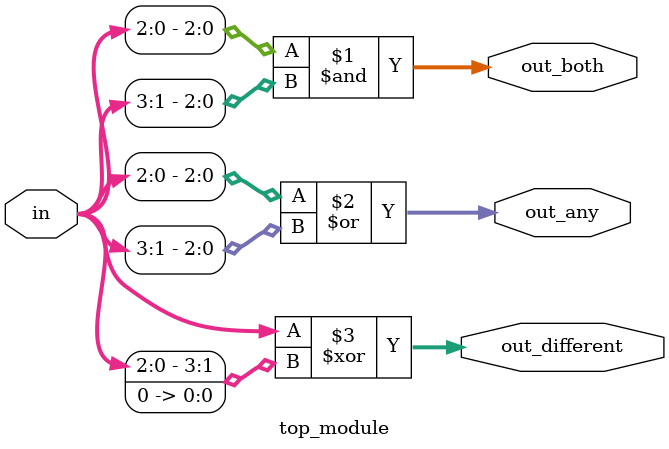
<source format=sv>
module top_module (
    input [3:0] in,
    output [2:0] out_both,
    output [3:0] out_any,
    output [3:0] out_different
);

    assign out_both = in[2:0] & in[3:1];
    assign out_any = in[2:0] | in[3:1];
    assign out_different = in ^ {in[2:1], in[0], 1'b0};

endmodule

</source>
